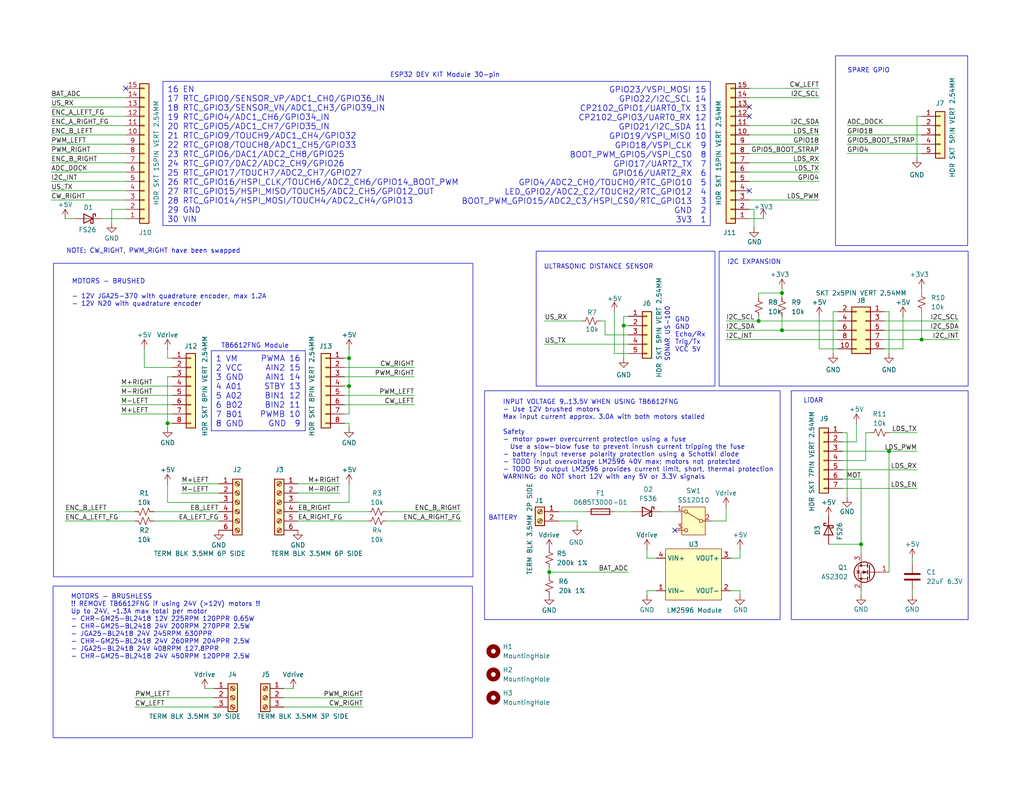
<source format=kicad_sch>
(kicad_sch (version 20231120) (generator "eeschema") (generator_version "8.0")
  (paper "USLetter")
  (title_block (title "MakersCombo") (date "2024-04-26") (rev "1.0.0") (company "makerspet.com"))
  (lib_symbols
    (symbol "Connector:Screw_Terminal_01x03" (pin_names (offset 1.016) hide)
      (property "Reference" "J" (at 0 5.08 0))
      (property "Value" "Screw_Terminal_01x03" (at 0 -5.08 0))
      (symbol "Screw_Terminal_01x03_1_1"
        (pin passive line (at -5.08 2.54 0) (length 3.81) (name "Pin_1") (number "1"))
        (pin passive line (at -5.08 0 0) (length 3.81) (name "Pin_2") (number "2"))
        (pin passive line (at -5.08 -2.54 0) (length 3.81) (name "Pin_3") (number "3"))
      )
    )
    (symbol "Connector:Screw_Terminal_01x06" (pin_names (offset 1.016) hide)
      (property "Reference" "J" (at 0 7.62 0))
      (property "Value" "Screw_Terminal_01x06" (at 0 -10.16 0))
      (symbol "Screw_Terminal_01x06_1_1"
        (pin passive line (at -5.08 5.08 0) (length 3.81) (name "Pin_1") (number "1"))
        (pin passive line (at -5.08 2.54 0) (length 3.81) (name "Pin_2") (number "2"))
        (pin passive line (at -5.08 0 0) (length 3.81) (name "Pin_3") (number "3"))
        (pin passive line (at -5.08 -2.54 0) (length 3.81) (name "Pin_4") (number "4"))
        (pin passive line (at -5.08 -5.08 0) (length 3.81) (name "Pin_5") (number "5"))
        (pin passive line (at -5.08 -7.62 0) (length 3.81) (name "Pin_6") (number "6"))
      )
    )
    (symbol "Connector_Generic:Conn_01x05" (pin_names (offset 1.016) hide)
      (property "Reference" "J" (at 0 7.62 0))
      (property "Value" "Conn_01x05" (at 0 -7.62 0))
      (symbol "Conn_01x05_1_1"
        (pin passive line (at -5.08 5.08 0) (length 3.81) (name "Pin_1") (number "1"))
        (pin passive line (at -5.08 2.54 0) (length 3.81) (name "Pin_2") (number "2"))
        (pin passive line (at -5.08 0 0) (length 3.81) (name "Pin_3") (number "3"))
        (pin passive line (at -5.08 -2.54 0) (length 3.81) (name "Pin_4") (number "4"))
        (pin passive line (at -5.08 -5.08 0) (length 3.81) (name "Pin_5") (number "5"))
      )
    )
    (symbol "Connector_Generic:Conn_01x07" (pin_names (offset 1.016) hide)
      (property "Reference" "J" (at 0 10.16 0))
      (property "Value" "Conn_01x07" (at 0 -10.16 0))
      (symbol "Conn_01x07_1_1"
        (pin passive line (at -5.08 7.62 0) (length 3.81) (name "Pin_1") (number "1"))
        (pin passive line (at -5.08 5.08 0) (length 3.81) (name "Pin_2") (number "2"))
        (pin passive line (at -5.08 2.54 0) (length 3.81) (name "Pin_3") (number "3"))
        (pin passive line (at -5.08 0 0) (length 3.81) (name "Pin_4") (number "4"))
        (pin passive line (at -5.08 -2.54 0) (length 3.81) (name "Pin_5") (number "5"))
        (pin passive line (at -5.08 -5.08 0) (length 3.81) (name "Pin_6") (number "6"))
        (pin passive line (at -5.08 -7.62 0) (length 3.81) (name "Pin_7") (number "7"))
      )
    )
    (symbol "Connector_Generic:Conn_01x08" (pin_names (offset 1.016) hide)
      (property "Reference" "J" (at 0 10.16 0))
      (property "Value" "Conn_01x08" (at 0 -12.7 0))
      (symbol "Conn_01x08_1_1"
        (pin passive line (at -5.08 7.62 0) (length 3.81) (name "Pin_1") (number "1"))
        (pin passive line (at -5.08 5.08 0) (length 3.81) (name "Pin_2") (number "2"))
        (pin passive line (at -5.08 2.54 0) (length 3.81) (name "Pin_3") (number "3"))
        (pin passive line (at -5.08 0 0) (length 3.81) (name "Pin_4") (number "4"))
        (pin passive line (at -5.08 -2.54 0) (length 3.81) (name "Pin_5") (number "5"))
        (pin passive line (at -5.08 -5.08 0) (length 3.81) (name "Pin_6") (number "6"))
        (pin passive line (at -5.08 -7.62 0) (length 3.81) (name "Pin_7") (number "7"))
        (pin passive line (at -5.08 -10.16 0) (length 3.81) (name "Pin_8") (number "8"))
      )
    )
    (symbol "Connector_Generic:Conn_01x15" (pin_names (offset 1.016) hide)
      (property "Reference" "J" (at 0 20.32 0))
      (property "Value" "Conn_01x15" (at 0 -20.32 0))
      (symbol "Conn_01x15_1_1"
        (pin passive line (at -5.08 17.78 0) (length 3.81) (name "Pin_1") (number "1"))
        (pin passive line (at -5.08 -5.08 0) (length 3.81) (name "Pin_10") (number "10"))
        (pin passive line (at -5.08 -7.62 0) (length 3.81) (name "Pin_11") (number "11"))
        (pin passive line (at -5.08 -10.16 0) (length 3.81) (name "Pin_12") (number "12"))
        (pin passive line (at -5.08 -12.7 0) (length 3.81) (name "Pin_13") (number "13"))
        (pin passive line (at -5.08 -15.24 0) (length 3.81) (name "Pin_14") (number "14"))
        (pin passive line (at -5.08 -17.78 0) (length 3.81) (name "Pin_15") (number "15"))
        (pin passive line (at -5.08 15.24 0) (length 3.81) (name "Pin_2") (number "2"))
        (pin passive line (at -5.08 12.7 0) (length 3.81) (name "Pin_3") (number "3"))
        (pin passive line (at -5.08 10.16 0) (length 3.81) (name "Pin_4") (number "4"))
        (pin passive line (at -5.08 7.62 0) (length 3.81) (name "Pin_5") (number "5"))
        (pin passive line (at -5.08 5.08 0) (length 3.81) (name "Pin_6") (number "6"))
        (pin passive line (at -5.08 2.54 0) (length 3.81) (name "Pin_7") (number "7"))
        (pin passive line (at -5.08 0 0) (length 3.81) (name "Pin_8") (number "8"))
        (pin passive line (at -5.08 -2.54 0) (length 3.81) (name "Pin_9") (number "9"))
      )
    )
    (symbol "Connector_Generic:Conn_02x05_Odd_Even" (pin_names (offset 1.016) hide)
      (property "Reference" "J" (at 1.27 7.62 0))
      (property "Value" "Conn_02x05_Odd_Even" (at 1.27 -7.62 0))
      (symbol "Conn_02x05_Odd_Even_1_1"
        (pin passive line (at -5.08 5.08 0) (length 3.81) (name "Pin_1") (number "1"))
        (pin passive line (at 7.62 -5.08 180) (length 3.81) (name "Pin_10") (number "10"))
        (pin passive line (at 7.62 5.08 180) (length 3.81) (name "Pin_2") (number "2"))
        (pin passive line (at -5.08 2.54 0) (length 3.81) (name "Pin_3") (number "3"))
        (pin passive line (at 7.62 2.54 180) (length 3.81) (name "Pin_4") (number "4"))
        (pin passive line (at -5.08 0 0) (length 3.81) (name "Pin_5") (number "5"))
        (pin passive line (at 7.62 0 180) (length 3.81) (name "Pin_6") (number "6"))
        (pin passive line (at -5.08 -2.54 0) (length 3.81) (name "Pin_7") (number "7"))
        (pin passive line (at 7.62 -2.54 180) (length 3.81) (name "Pin_8") (number "8"))
        (pin passive line (at -5.08 -5.08 0) (length 3.81) (name "Pin_9") (number "9"))
      )
    )
    (symbol "Device:C" (pin_numbers hide) (pin_names (offset 0.254))
      (property "Reference" "C" (at 0.635 2.54 0))
      (property "Value" "C" (at 0.635 -2.54 0))
      (symbol "C_1_1"
        (pin passive line (at 0 3.81 270) (length 2.794) (name "~") (number "1"))
        (pin passive line (at 0 -3.81 90) (length 2.794) (name "~") (number "2"))
      )
    )
    (symbol "Device:D_Schottky" (pin_numbers hide) (pin_names (offset 1.016) hide)
      (property "Reference" "D" (at 0 2.54 0))
      (property "Value" "D_Schottky" (at 0 -2.54 0))
      (symbol "D_Schottky_1_1"
        (pin passive line (at -3.81 0 0) (length 2.54) (name "K") (number "1"))
        (pin passive line (at 3.81 0 180) (length 2.54) (name "A") (number "2"))
      )
    )
    (symbol "Device:Fuse" (pin_numbers hide) (pin_names (offset 0))
      (property "Reference" "F" (at 2.032 0 90))
      (property "Value" "Fuse" (at -1.905 0 90))
      (symbol "Fuse_1_1"
        (pin passive line (at 0 3.81 270) (length 1.27) (name "~") (number "1"))
        (pin passive line (at 0 -3.81 90) (length 1.27) (name "~") (number "2"))
      )
    )
    (symbol "Device:R_Small_US" (pin_numbers hide) (pin_names (offset 0.254) hide)
      (property "Reference" "R" (at 0.762 0.508 0))
      (property "Value" "R_Small_US" (at 0.762 -1.016 0))
      (symbol "R_Small_US_1_1"
        (pin passive line (at 0 2.54 270) (length 1.016) (name "~") (number "1"))
        (pin passive line (at 0 -2.54 90) (length 1.016) (name "~") (number "2"))
      )
    )
    (symbol "Makerspet:LM2596 Module"
      (property "Reference" "U" (at 0 -1.27 0))
      (symbol "LM2596 Module_1_1"
        (pin passive line (at -10.16 -13.97 0) (length 2.54) (name "VIN-") (number "1"))
        (pin passive line (at 10.16 -13.97 180) (length 2.54) (name "VOUT-") (number "2"))
        (pin power_out line (at 10.16 -5.08 180) (length 2.54) (name "VOUT+") (number "3"))
        (pin passive line (at -10.16 -5.08 0) (length 2.54) (name "VIN+") (number "4"))
      )
    )
    (symbol "Makerspet:Screw_Terminal_01x02" (pin_names (offset 1.016) hide)
      (property "Reference" "J" (at 0 2.54 0))
      (property "Value" "Screw_Terminal_01x02" (at 0 -5.08 0))
      (symbol "Screw_Terminal_01x02_1_1"
        (pin power_out line (at -5.08 0 0) (length 3.81) (name "Pin_1") (number "1"))
        (pin power_out line (at -5.08 -2.54 0) (length 3.81) (name "Pin_2") (number "2"))
      )
    )
    (symbol "Mechanical:MountingHole" (pin_names (offset 1.016))
      (property "Reference" "H" (at 0 5.08 0))
      (property "Value" "MountingHole" (at 0 3.175 0))
    )
    (symbol "Switch:SW_SPDT" (pin_names (offset 0) hide)
      (property "Reference" "SW" (at 0 5.08 0))
      (property "Value" "SW_SPDT" (at 0 -5.08 0))
      (symbol "SW_SPDT_1_1"
        (pin passive line (at 5.08 2.54 180) (length 2.54) (name "A") (number "1"))
        (pin passive line (at -5.08 0 0) (length 2.54) (name "B") (number "2"))
        (pin passive line (at 5.08 -2.54 180) (length 2.54) (name "C") (number "3"))
      )
    )
    (symbol "Transistor_FET:BSS123" (pin_names hide)
      (property "Reference" "Q" (at 5.08 1.905 0))
      (property "Value" "BSS123" (at 5.08 0 0))
      (symbol "BSS123_1_1"
        (pin input line (at -5.08 0 0) (length 2.54) (name "G") (number "1"))
        (pin passive line (at 2.54 -5.08 90) (length 2.54) (name "S") (number "2"))
        (pin passive line (at 2.54 5.08 270) (length 2.54) (name "D") (number "3"))
      )
    )
    (symbol "power:+3V3" (power) (pin_numbers hide) (pin_names (offset 0) hide)
      (property "Value" "+3V3" (at 0 3.556 0))
      (symbol "+3V3_1_1"
        (pin power_in line (at 0 0 90) (length 0) (name "~") (number "1"))
      )
    )
    (symbol "power:+5V" (power) (pin_numbers hide) (pin_names (offset 0) hide)
      (property "Value" "+5V" (at 0 3.556 0))
      (symbol "+5V_1_1"
        (pin power_in line (at 0 0 90) (length 0) (name "~") (number "1"))
      )
    )
    (symbol "power:GND" (power) (pin_numbers hide) (pin_names (offset 0) hide)
      (property "Value" "GND" (at 0 -3.81 0))
      (symbol "GND_1_1"
        (pin power_in line (at 0 0 270) (length 0) (name "~") (number "1"))
      )
    )
    (symbol "power:Vdrive" (power) (pin_numbers hide) (pin_names (offset 0) hide)
      (property "Value" "Vdrive" (at 0 3.556 0))
      (symbol "Vdrive_1_1"
        (pin power_in line (at 0 0 90) (length 0) (name "~") (number "1"))
      )
    )
  )
  (junction (at 170.18 88.9))
  (junction (at 234.95 148.59))
  (junction (at 213.36 80.01))
  (junction (at 95.25 97.79))
  (junction (at 213.36 90.17))
  (junction (at 149.86 156.21))
  (junction (at 251.46 92.71))
  (junction (at 95.25 105.41))
  (junction (at 45.72 115.57))
  (junction (at 242.57 123.19))
  (junction (at 207.01 87.63))
  (no_connect (at 34.29 24.13))
  (no_connect (at 204.47 31.75))
  (no_connect (at 204.47 29.21))
  (no_connect (at 204.47 52.07))
  (no_connect (at 184.15 144.78))
  (wire (pts (xy 204.47 39.37) (xy 223.52 39.37)))
  (wire (pts (xy 231.14 41.91) (xy 251.46 41.91)))
  (wire (pts (xy 229.87 133.35) (xy 250.19 133.35)))
  (wire (pts (xy 27.94 59.69) (xy 34.29 59.69)))
  (wire (pts (xy 242.57 123.19) (xy 250.19 123.19)))
  (wire (pts (xy 229.87 120.65) (xy 233.68 120.65)))
  (wire (pts (xy 93.98 107.95) (xy 113.03 107.95)))
  (wire (pts (xy 205.74 57.15) (xy 205.74 62.23)))
  (wire (pts (xy 204.47 49.53) (xy 223.52 49.53)))
  (wire (pts (xy 176.53 152.4) (xy 179.07 152.4)))
  (wire (pts (xy 229.87 128.27) (xy 250.19 128.27)))
  (wire (pts (xy 81.28 132.08) (xy 92.71 132.08)))
  (wire (pts (xy 149.86 156.21) (xy 149.86 157.48)))
  (wire (pts (xy 234.95 161.29) (xy 234.95 162.56)))
  (wire (pts (xy 251.46 78.74) (xy 251.46 80.01)))
  (wire (pts (xy 234.95 130.81) (xy 234.95 148.59)))
  (wire (pts (xy 99.06 190.5) (xy 77.47 190.5)))
  (wire (pts (xy 36.83 190.5) (xy 58.42 190.5)))
  (wire (pts (xy 39.37 100.33) (xy 39.37 95.25)))
  (wire (pts (xy 251.46 31.75) (xy 250.19 31.75)))
  (wire (pts (xy 198.12 90.17) (xy 213.36 90.17)))
  (wire (pts (xy 95.25 113.03) (xy 95.25 105.41)))
  (wire (pts (xy 204.47 26.67) (xy 223.52 26.67)))
  (wire (pts (xy 46.99 97.79) (xy 45.72 97.79)))
  (wire (pts (xy 241.3 92.71) (xy 251.46 92.71)))
  (wire (pts (xy 165.1 91.44) (xy 171.45 91.44)))
  (wire (pts (xy 13.97 41.91) (xy 34.29 41.91)))
  (wire (pts (xy 223.52 86.36) (xy 223.52 95.25)))
  (wire (pts (xy 204.47 44.45) (xy 223.52 44.45)))
  (wire (pts (xy 198.12 138.43) (xy 198.12 142.24)))
  (wire (pts (xy 241.3 90.17) (xy 261.62 90.17)))
  (wire (pts (xy 148.59 87.63) (xy 158.75 87.63)))
  (wire (pts (xy 157.48 142.24) (xy 157.48 143.51)))
  (wire (pts (xy 95.25 137.16) (xy 95.25 132.08)))
  (wire (pts (xy 13.97 31.75) (xy 34.29 31.75)))
  (wire (pts (xy 17.78 139.7) (xy 36.83 139.7)))
  (wire (pts (xy 248.92 152.4) (xy 248.92 153.67)))
  (wire (pts (xy 171.45 86.36) (xy 170.18 86.36)))
  (wire (pts (xy 242.57 123.19) (xy 242.57 156.21)))
  (wire (pts (xy 246.38 86.36) (xy 246.38 95.25)))
  (wire (pts (xy 81.28 142.24) (xy 100.33 142.24)))
  (wire (pts (xy 36.83 193.04) (xy 58.42 193.04)))
  (wire (pts (xy 41.91 139.7) (xy 59.69 139.7)))
  (wire (pts (xy 176.53 161.29) (xy 179.07 161.29)))
  (wire (pts (xy 152.4 142.24) (xy 157.48 142.24)))
  (wire (pts (xy 149.86 154.94) (xy 149.86 156.21)))
  (wire (pts (xy 207.01 87.63) (xy 228.6 87.63)))
  (wire (pts (xy 204.47 46.99) (xy 223.52 46.99)))
  (wire (pts (xy 213.36 86.36) (xy 213.36 90.17)))
  (wire (pts (xy 33.02 110.49) (xy 46.99 110.49)))
  (wire (pts (xy 170.18 88.9) (xy 170.18 97.79)))
  (wire (pts (xy 176.53 162.56) (xy 176.53 161.29)))
  (wire (pts (xy 45.72 115.57) (xy 46.99 115.57)))
  (wire (pts (xy 241.3 95.25) (xy 246.38 95.25)))
  (wire (pts (xy 13.97 36.83) (xy 34.29 36.83)))
  (wire (pts (xy 201.93 162.56) (xy 201.93 161.29)))
  (wire (pts (xy 45.72 115.57) (xy 45.72 116.84)))
  (wire (pts (xy 45.72 137.16) (xy 45.72 132.08)))
  (wire (pts (xy 171.45 96.52) (xy 167.64 96.52)))
  (wire (pts (xy 34.29 57.15) (xy 30.48 57.15)))
  (wire (pts (xy 231.14 135.89) (xy 231.14 118.11)))
  (wire (pts (xy 13.97 34.29) (xy 34.29 34.29)))
  (wire (pts (xy 227.33 85.09) (xy 228.6 85.09)))
  (wire (pts (xy 49.53 132.08) (xy 59.69 132.08)))
  (wire (pts (xy 13.97 52.07) (xy 34.29 52.07)))
  (wire (pts (xy 198.12 87.63) (xy 207.01 87.63)))
  (wire (pts (xy 33.02 107.95) (xy 46.99 107.95)))
  (wire (pts (xy 223.52 95.25) (xy 228.6 95.25)))
  (wire (pts (xy 81.28 139.7) (xy 100.33 139.7)))
  (wire (pts (xy 170.18 88.9) (xy 171.45 88.9)))
  (wire (pts (xy 213.36 90.17) (xy 228.6 90.17)))
  (wire (pts (xy 213.36 78.74) (xy 213.36 80.01)))
  (wire (pts (xy 251.46 92.71) (xy 261.62 92.71)))
  (wire (pts (xy 170.18 86.36) (xy 170.18 88.9)))
  (wire (pts (xy 204.47 41.91) (xy 223.52 41.91)))
  (wire (pts (xy 165.1 87.63) (xy 165.1 91.44)))
  (wire (pts (xy 33.02 105.41) (xy 46.99 105.41)))
  (wire (pts (xy 204.47 36.83) (xy 223.52 36.83)))
  (wire (pts (xy 204.47 54.61) (xy 223.52 54.61)))
  (wire (pts (xy 93.98 110.49) (xy 113.03 110.49)))
  (wire (pts (xy 59.69 137.16) (xy 45.72 137.16)))
  (wire (pts (xy 251.46 85.09) (xy 251.46 92.71)))
  (wire (pts (xy 167.64 96.52) (xy 167.64 85.09)))
  (wire (pts (xy 207.01 81.28) (xy 207.01 80.01)))
  (wire (pts (xy 241.3 85.09) (xy 242.57 85.09)))
  (wire (pts (xy 250.19 31.75) (xy 250.19 43.18)))
  (wire (pts (xy 213.36 80.01) (xy 213.36 81.28)))
  (wire (pts (xy 95.25 115.57) (xy 95.25 116.84)))
  (wire (pts (xy 236.22 118.11) (xy 237.49 118.11)))
  (wire (pts (xy 36.83 142.24) (xy 17.78 142.24)))
  (wire (pts (xy 227.33 85.09) (xy 227.33 96.52)))
  (wire (pts (xy 45.72 97.79) (xy 45.72 95.25)))
  (wire (pts (xy 93.98 102.87) (xy 113.03 102.87)))
  (wire (pts (xy 33.02 113.03) (xy 46.99 113.03)))
  (wire (pts (xy 229.87 130.81) (xy 234.95 130.81)))
  (wire (pts (xy 13.97 54.61) (xy 34.29 54.61)))
  (wire (pts (xy 80.01 187.96) (xy 77.47 187.96)))
  (wire (pts (xy 167.64 139.7) (xy 172.72 139.7)))
  (wire (pts (xy 95.25 105.41) (xy 95.25 97.79)))
  (wire (pts (xy 148.59 93.98) (xy 171.45 93.98)))
  (wire (pts (xy 231.14 118.11) (xy 229.87 118.11)))
  (wire (pts (xy 180.34 139.7) (xy 184.15 139.7)))
  (wire (pts (xy 236.22 118.11) (xy 236.22 125.73)))
  (wire (pts (xy 204.47 24.13) (xy 223.52 24.13)))
  (wire (pts (xy 55.88 187.96) (xy 58.42 187.96)))
  (wire (pts (xy 49.53 134.62) (xy 59.69 134.62)))
  (wire (pts (xy 198.12 92.71) (xy 228.6 92.71)))
  (wire (pts (xy 236.22 125.73) (xy 229.87 125.73)))
  (wire (pts (xy 163.83 87.63) (xy 165.1 87.63)))
  (wire (pts (xy 81.28 134.62) (xy 92.71 134.62)))
  (wire (pts (xy 13.97 46.99) (xy 34.29 46.99)))
  (wire (pts (xy 199.39 152.4) (xy 201.93 152.4)))
  (wire (pts (xy 233.68 120.65) (xy 233.68 115.57)))
  (wire (pts (xy 204.47 57.15) (xy 205.74 57.15)))
  (wire (pts (xy 199.39 161.29) (xy 201.93 161.29)))
  (wire (pts (xy 204.47 34.29) (xy 223.52 34.29)))
  (wire (pts (xy 231.14 36.83) (xy 251.46 36.83)))
  (wire (pts (xy 46.99 100.33) (xy 39.37 100.33)))
  (wire (pts (xy 46.99 102.87) (xy 45.72 102.87)))
  (wire (pts (xy 13.97 39.37) (xy 34.29 39.37)))
  (wire (pts (xy 45.72 102.87) (xy 45.72 115.57)))
  (wire (pts (xy 105.41 142.24) (xy 125.73 142.24)))
  (wire (pts (xy 226.06 148.59) (xy 234.95 148.59)))
  (wire (pts (xy 229.87 123.19) (xy 242.57 123.19)))
  (wire (pts (xy 152.4 139.7) (xy 160.02 139.7)))
  (wire (pts (xy 95.25 137.16) (xy 81.28 137.16)))
  (wire (pts (xy 17.78 59.69) (xy 20.32 59.69)))
  (wire (pts (xy 176.53 149.86) (xy 176.53 152.4)))
  (wire (pts (xy 99.06 193.04) (xy 77.47 193.04)))
  (wire (pts (xy 13.97 26.67) (xy 34.29 26.67)))
  (wire (pts (xy 207.01 80.01) (xy 213.36 80.01)))
  (wire (pts (xy 93.98 115.57) (xy 95.25 115.57)))
  (wire (pts (xy 95.25 97.79) (xy 93.98 97.79)))
  (wire (pts (xy 93.98 105.41) (xy 95.25 105.41)))
  (wire (pts (xy 242.57 85.09) (xy 242.57 96.52)))
  (wire (pts (xy 13.97 29.21) (xy 34.29 29.21)))
  (wire (pts (xy 105.41 139.7) (xy 125.73 139.7)))
  (wire (pts (xy 93.98 100.33) (xy 113.03 100.33)))
  (wire (pts (xy 149.86 156.21) (xy 171.45 156.21)))
  (wire (pts (xy 248.92 161.29) (xy 248.92 162.56)))
  (wire (pts (xy 231.14 39.37) (xy 251.46 39.37)))
  (wire (pts (xy 234.95 148.59) (xy 234.95 151.13)))
  (wire (pts (xy 198.12 142.24) (xy 194.31 142.24)))
  (wire (pts (xy 231.14 34.29) (xy 251.46 34.29)))
  (wire (pts (xy 95.25 95.25) (xy 95.25 97.79)))
  (wire (pts (xy 41.91 142.24) (xy 59.69 142.24)))
  (wire (pts (xy 241.3 87.63) (xy 261.62 87.63)))
  (wire (pts (xy 93.98 113.03) (xy 95.25 113.03)))
  (wire (pts (xy 30.48 57.15) (xy 30.48 60.96)))
  (wire (pts (xy 204.47 59.69) (xy 208.28 59.69)))
  (wire (pts (xy 13.97 49.53) (xy 34.29 49.53)))
  (wire (pts (xy 13.97 44.45) (xy 34.29 44.45)))
  (wire (pts (xy 201.93 149.86) (xy 201.93 152.4)))
  (wire (pts (xy 207.01 86.36) (xy 207.01 87.63)))
  (wire (pts (xy 242.57 118.11) (xy 250.19 118.11)))
  (rectangle (start 14.478 160.02) (end 128.905 201.422))
  (rectangle (start 14.605 71.882) (end 129.032 157.48))
  (rectangle (start 196.215 68.58) (end 264.16 105.41))
  (rectangle (start 215.9 106.68) (end 264.16 169.164))
  (rectangle (start 132.207 106.68) (end 212.852 169.164))
  (rectangle (start 146.304 68.58) (end 195.072 105.41))
  (rectangle (start 227.965 15.24) (end 264.033 67.056))
  (text_box "1 VM\n2 VCC\n3 GND\n4 A01\n5 A02\n6 B02\n7 B01\n8 GND" (at 57.658 95.758 0) (size 25.654 21.844) (effects (font (size 1.5748 1.5748)) (justify left top)))
  (text_box "16 EN\n17 RTC_GPIO0/SENSOR_VP/ADC1_CH0/GPIO36_IN\n18 RTC_GPIO3/SENSOR_VN/ADC1_CH3/GPIO39_IN\n19 RTC_GPIO4/ADC1_CH6/GPIO34_IN\n20 RTC_GPIO5/ADC1_CH7/GPIO35_IN\n21 RTC_GPIO9/TOUCH9/ADC1_CH4/GPIO32\n22 RTC_GPIO8/TOUCH8/ADC1_CH5/GPIO33\n23 RTC_GPIO6/DAC1/ADC2_CH8/GPIO25\n24 RTC_GPIO7/DAC2/ADC2_CH9/GPIO26\n25 RTC_GPIO17/TOUCH7/ADC2_CH7/GPIO27\n26 RTC_GPIO16/HSPI_CLK/TOUCH6/ADC2_CH6/GPIO14_BOOT_PWM\n27 RTC_GPIO15/HSPI_MISO/TOUCH5/ADC2_CH5/GPIO12_OUT\n28 RTC_GPIO14/HSPI_MOSI/TOUCH4/ADC2_CH4/GPIO13\n29 GND\n30 VIN" (at 44.45 22.225 0) (size 149.352 39.37) (effects (font (size 1.5748 1.5748)) (justify left top)))
  (text "PWMA 16\nAIN2 15\nAIN1 14\nSTBY 13\nBIN1 12\nBIN2 11\nPWMB 10\nGND  9" (at 82.042 106.934 0) (effects (font (size 1.5748 1.5748)) (justify right)))
  (text "ESP32 DEV KIT Module 30-pin" (at 121.412 20.574 0) (effects (font (size 1.27 1.27))))
  (text "SONAR US-100" (at 182.88 98.806 90) (effects (font (size 1.27 1.27)) (justify left bottom)))
  (text "GND\nGND\nEcho/Rx\nTrig/Tx\nVCC 5V\n" (at 184.15 96.266 0) (effects (font (size 1.27 1.27)) (justify left bottom)))
  (text "SPARE GPIO" (at 242.824 20.066 0) (effects (font (size 1.27 1.27)) (justify right bottom)))
  (text "TB6612FNG Module" (at 69.596 94.488 0) (effects (font (size 1.27 1.27))))
  (text "MOTORS - BRUSHED\n\n- 12V JGA25-370 with quadrature encoder, max 1.2A\n- 12V N20 with quadrature encoder" (at 19.558 83.82 0) (effects (font (size 1.27 1.27)) (justify left bottom)))
  (text "GPIO23/VSPI_MOSI 15\nGPIO22/I2C_SCL 14\nCP2102_GPIO1/UART0_TX 13\nCP2102_GPIO3/UART0_RX 12\nGPIO21/I2C_SDA 11\nGPIO19/VSPI_MISO 10\nGPIO18/VSPI_CLK  9\nBOOT_PWM_GPIO5/VSPI_CS0  8\nGPIO17/UART2_TX  7\nGPIO16/UART2_RX  6\nGPIO4/ADC2_CH0/TOUCH0/RTC_GPIO10  5\nLED_GPIO2/ADC2_C2/TOUCH2/RTC_GPIO12  4\nBOOT_PWM_GPIO15/ADC2_C3/HSPI_CS0/RTC_GPIO13  3\nGND  2\n3V3  1" (at 192.786 42.418 0) (effects (font (size 1.5748 1.5748)) (justify right)))
  (text "NOTE: CW_RIGHT, PWM_RIGHT have been swapped" (at 18.034 69.342 0) (effects (font (size 1.27 1.27)) (justify left bottom)))
  (text "ULTRASONIC DISTANCE SENSOR" (at 178.308 73.66 0) (effects (font (size 1.27 1.27)) (justify right bottom)))
  (text "I2C EXPANSION" (at 198.374 72.39 0) (effects (font (size 1.27 1.27)) (justify left bottom)))
  (text "INPUT VOLTAGE 9..13.5V WHEN USING TB6612FNG\n- Use 12V brushed motors\nMax input current approx. 3.0A with both motors stalled\n\nSafety\n- motor power overcurrent protection using a fuse\n  Use a slow-blow fuse to prevent inrush current tripping the fuse\n- battery input reverse polarity protection using a Schottki diode\n- TODO input overvoltage LM2596 40V max; motors not protected\n- TODO 5V output LM2596 provides current limit, short, thermal protection\nWARNING: do NOT short 12V with any 5V or 3.3V signals" (at 137.16 131.064 0) (effects (font (size 1.27 1.27)) (justify left bottom)))
  (text "MOTORS - BRUSHLESS\n!! REMOVE TB6612FNG if using 24V (>12V) motors !!\nUp to 24V, ~1.3A max total per motor\n- CHR-GM25-BL2418 12V 225RPM 120PPR 0.65W\n- CHR-GM25-BL2418 24V 200RPM 270PPR 2.5W\n- JGA25-BL2418 24V 245RPM 630PPR\n- CHR-GM25-BL2418 24V 260RPM 204PPR 2.5W\n- JGA25-BL2418 24V 408RPM 127.8PPR\n- CHR-GM25-BL2418 24V 450RPM 120PPR 2.5W" (at 19.304 180.086 0) (effects (font (size 1.27 1.27)) (justify left bottom)))
  (text "BATTERY" (at 141.224 142.24 0) (effects (font (size 1.27 1.27)) (justify right bottom)))
  (text "LiDAR" (at 219.202 110.236 0) (effects (font (size 1.27 1.27)) (justify left bottom)))
  (label "ENC_A_LEFT_FG" (at 13.97 31.75 0))
  (label "PWM_RIGHT" (at 13.97 41.91 0))
  (label "ENC_B_RIGHT" (at 13.97 44.45 0))
  (label "US_TX" (at 148.59 93.98 0))
  (label "LDS_RX" (at 223.52 44.45 180))
  (label "M-RIGHT" (at 33.02 107.95 0))
  (label "M+RIGHT" (at 33.02 105.41 0))
  (label "BAT_ADC" (at 13.97 26.67 0))
  (label "GPIO5_BOOT_STRAP" (at 223.52 41.91 180))
  (label "US_RX" (at 148.59 87.63 0))
  (label "BAT_ADC" (at 171.45 156.21 180))
  (label "GPIO18" (at 223.52 39.37 180))
  (label "LDS_TX" (at 223.52 46.99 180))
  (label "CW_LEFT" (at 223.52 24.13 180))
  (label "M+LEFT" (at 49.53 132.08 0))
  (label "LDS_RX" (at 250.19 128.27 180))
  (label "I2C_SDA" (at 261.62 90.17 180))
  (label "ENC_A_RIGHT_FG" (at 125.73 142.24 180))
  (label "ENC_B_LEFT" (at 17.78 139.7 0))
  (label "I2C_SDA" (at 223.52 34.29 180))
  (label "PWM_RIGHT" (at 113.03 102.87 180))
  (label "M+LEFT" (at 33.02 113.03 0))
  (label "EB_RIGHT" (at 81.28 139.7 0))
  (label "M-RIGHT" (at 92.71 134.62 180))
  (label "CW_RIGHT" (at 13.97 54.61 0))
  (label "ENC_B_RIGHT" (at 125.73 139.7 180))
  (label "EB_LEFT" (at 59.69 139.7 180))
  (label "PWM_LEFT" (at 13.97 39.37 0))
  (label "LDS_EN" (at 223.52 36.83 180))
  (label "I2C_SCL" (at 261.62 87.63 180))
  (label "I2C_INT" (at 261.62 92.71 180))
  (label "ENC_B_LEFT" (at 13.97 36.83 0))
  (label "ADC_DOCK" (at 13.97 46.99 0))
  (label "CW_RIGHT" (at 113.03 100.33 180))
  (label "LDS_EN" (at 250.19 133.35 180))
  (label "EA_RIGHT_FG" (at 81.28 142.24 0))
  (label "PWM_LEFT" (at 36.83 190.5 0))
  (label "I2C_SDA" (at 198.12 90.17 0))
  (label "CW_RIGHT" (at 99.06 193.04 180))
  (label "CW_LEFT" (at 36.83 193.04 0))
  (label "GPIO18" (at 231.14 36.83 0))
  (label "ADC_DOCK" (at 231.14 34.29 0))
  (label "I2C_INT" (at 198.12 92.71 0))
  (label "MOT" (at 234.95 130.81 180))
  (label "LDS_PWM" (at 223.52 54.61 180))
  (label "ENC_A_LEFT_FG" (at 17.78 142.24 0))
  (label "GPIO5_BOOT_STRAP" (at 231.14 39.37 0))
  (label "ENC_A_RIGHT_FG" (at 13.97 34.29 0))
  (label "LDS_TX" (at 250.19 118.11 180))
  (label "PWM_LEFT" (at 113.03 107.95 180))
  (label "US_RX" (at 13.97 29.21 0))
  (label "I2C_SCL" (at 223.52 26.67 180))
  (label "EA_LEFT_FG" (at 59.69 142.24 180))
  (label "I2C_SCL" (at 198.12 87.63 0))
  (label "M-LEFT" (at 49.53 134.62 0))
  (label "M+RIGHT" (at 92.71 132.08 180))
  (label "GPIO4" (at 231.14 41.91 0))
  (label "M-LEFT" (at 33.02 110.49 0))
  (label "LDS_PWM" (at 250.19 123.19 180))
  (label "GPIO4" (at 223.52 49.53 180))
  (label "CW_LEFT" (at 113.03 110.49 180))
  (label "I2C_INT" (at 13.97 49.53 0))
  (label "PWM_RIGHT" (at 99.06 190.5 180))
  (label "US_TX" (at 13.97 52.07 0))
  (symbol (lib_id "power:+5V") (at 226.06 140.97 0) (unit 1)
    (property "Reference" "#PWR032" (effects (hide yes)))
    (property "Value" "+5V" (at 226.06 137.16 0))
    (property "Description" "Power symbol creates a global label with name \"+5V\"" (effects (hide yes)))
  )
  (symbol (lib_id "Connector:Screw_Terminal_01x03") (at 63.5 190.5 0) (unit 1)
    (property "Reference" "J4" (at 62.23 184.15 0) (effects (justify left)))
    (property "Value" "TERM BLK 3.5MM 3P SIDE" (at 40.64 195.58 0) (effects (justify left)))
    (property "Footprint" "Makerspet:Terminal_Block_3p_3.5mm_SideEntry" (effects (hide yes)))
  )
  (symbol (lib_id "power:Vdrive") (at 45.72 95.25 0) (unit 1)
    (property "Reference" "#PWR04" (effects (hide yes)))
    (property "Value" "Vdrive" (at 45.72 91.44 0))
    (property "Description" "Power symbol creates a global label with name \"Vdrive\"" (effects (hide yes)))
  )
  (symbol (lib_id "power:GND") (at 176.53 162.56 0) (unit 1)
    (property "Reference" "#PWR022" (effects (hide yes)))
    (property "Value" "GND" (at 176.53 166.497 0))
    (property "Description" "Power symbol creates a global label with name \"GND\" , ground" (effects (hide yes)))
  )
  (symbol (lib_id "power:+3V3") (at 208.28 59.69 0) (unit 1)
    (property "Reference" "#PWR017" (effects (hide yes)))
    (property "Value" "+3V3" (at 208.28 56.515 0))
    (property "Description" "Power symbol creates a global label with name \"+3V3\"" (effects (hide yes)))
  )
  (symbol (lib_id "power:+5V") (at 233.68 115.57 0) (unit 1)
    (property "Reference" "#PWR036" (effects (hide yes)))
    (property "Value" "+5V" (at 233.68 111.76 0))
    (property "Description" "Power symbol creates a global label with name \"+5V\"" (effects (hide yes)))
  )
  (symbol (lib_id "Connector_Generic:Conn_01x05") (at 256.54 36.83 0) (unit 1)
    (property "Reference" "J7" (at 255.27 28.194 0) (effects (justify left)))
    (property "Value" "HDR SKT 5PIN VERT 2.54MM" (at 259.842 48.514 90) (effects (justify left)))
    (property "Footprint" "Connector_PinSocket_2.54mm:PinSocket_1x05_P2.54mm_Vertical" (effects (hide yes)))
    (property "Description" "Generic connector, single row, 01x05, script generated (kicad-library-utils/schlib/autogen/connector/)" (effects (hide yes)))
  )
  (symbol (lib_id "power:GND") (at 205.74 62.23 0) (unit 1)
    (property "Reference" "#PWR016" (effects (hide yes)))
    (property "Value" "GND" (at 205.867 66.04 0))
    (property "Description" "Power symbol creates a global label with name \"GND\" , ground" (effects (hide yes)))
  )
  (symbol (lib_id "Device:D_Schottky") (at 24.13 59.69 0) (mirror y) (unit 1)
    (property "Reference" "D1" (at 24.13 56.642 0))
    (property "Value" "FS26" (at 23.876 62.738 0))
    (property "Footprint" "Diode_SMD:D_SOD-123F" (effects (hide yes)))
    (property "Datasheet" "https://www.digikey.com/en/products/detail/good-ark-semiconductor/FS26/18667798" (effects (hide yes)))
  )
  (symbol (lib_id "power:Vdrive") (at 80.01 187.96 0) (unit 1)
    (property "Reference" "#PWR012" (effects (hide yes)))
    (property "Value" "Vdrive" (at 80.01 184.15 0))
    (property "Description" "Power symbol creates a global label with name \"Vdrive\"" (effects (hide yes)))
  )
  (symbol (lib_id "Switch:SW_SPDT") (at 189.23 142.24 0) (mirror y) (unit 1)
    (property "Reference" "SW1" (at 189.23 133.985 0))
    (property "Value" "SS12D10" (at 189.23 136.525 0))
    (property "Footprint" "Makerspet:SWITCH" (effects (hide yes)))
    (property "Description" "Switch, single pole double throw" (effects (hide yes)))
  )
  (symbol (lib_id "Device:Fuse") (at 163.83 139.7 90) (unit 1)
    (property "Reference" "F1" (at 163.83 134.62 90))
    (property "Value" "0685T3000-01" (at 163.83 137.16 90))
    (property "Footprint" "Fuse:Fuse_1206_3216Metric" (effects (hide yes)))
    (property "Datasheet" "https://www.belfuse.com/resources/datasheets/circuitprotection/ds-cp-c1t-series.pdf" (effects (hide yes)))
  )
  (symbol (lib_id "power:+3V3") (at 213.36 78.74 0) (unit 1)
    (property "Reference" "#PWR025" (effects (hide yes)))
    (property "Value" "+3V3" (at 212.725 74.93 0))
    (property "Description" "Power symbol creates a global label with name \"+3V3\"" (effects (hide yes)))
  )
  (symbol (lib_id "Mechanical:MountingHole") (at 134.62 184.15 0) (unit 1) (in_bom no)
    (property "Reference" "H2" (at 137.16 182.88 0) (effects (justify left)))
    (property "Value" "MountingHole" (at 137.16 185.42 0) (effects (justify left)))
    (property "Footprint" "MountingHole:MountingHole_3.2mm_M3" (effects (hide yes)))
  )
  (symbol (lib_id "power:+3V3") (at 251.46 78.74 0) (unit 1)
    (property "Reference" "#PWR035" (effects (hide yes)))
    (property "Value" "+3V3" (at 250.825 74.93 0))
    (property "Description" "Power symbol creates a global label with name \"+3V3\"" (effects (hide yes)))
  )
  (symbol (lib_id "Connector_Generic:Conn_01x05") (at 176.53 91.44 0) (unit 1)
    (property "Reference" "J6" (at 175.26 82.804 0) (effects (justify left)))
    (property "Value" "HDR SKT 5PIN VERT 2.54MM" (at 179.832 103.124 90) (effects (justify left)))
    (property "Footprint" "Connector_PinSocket_2.54mm:PinSocket_1x05_P2.54mm_Vertical" (effects (hide yes)))
    (property "Description" "Generic connector, single row, 01x05, script generated (kicad-library-utils/schlib/autogen/connector/)" (effects (hide yes)))
  )
  (symbol (lib_id "power:+5V") (at 167.64 85.09 0) (unit 1)
    (property "Reference" "#PWR023" (effects (hide yes)))
    (property "Value" "+5V" (at 167.64 81.534 0))
    (property "Description" "Power symbol creates a global label with name \"+5V\"" (effects (hide yes)))
  )
  (symbol (lib_id "power:GND") (at 250.19 43.18 0) (unit 1)
    (property "Reference" "#PWR09" (effects (hide yes)))
    (property "Value" "GND" (at 250.19 47.752 0))
    (property "Description" "Power symbol creates a global label with name \"GND\" , ground" (effects (hide yes)))
  )
  (symbol (lib_id "Device:R_Small_US") (at 207.01 83.82 0) (unit 1)
    (property "Reference" "R8" (at 209.55 82.55 0) (effects (justify left)))
    (property "Value" "10k" (at 209.55 85.09 0) (effects (justify left)))
    (property "Footprint" "Resistor_SMD:R_0603_1608Metric" (effects (hide yes)))
  )
  (symbol (lib_id "Device:D_Schottky") (at 226.06 144.78 90) (mirror x) (unit 1)
    (property "Reference" "D3" (at 223.012 144.78 0))
    (property "Value" "FS26" (at 229.108 145.034 0))
    (property "Footprint" "Diode_SMD:D_SOD-123F" (effects (hide yes)))
    (property "Datasheet" "https://www.digikey.com/en/products/detail/good-ark-semiconductor/FS26/18667798" (effects (hide yes)))
  )
  (symbol (lib_id "power:GND") (at 149.86 162.56 0) (unit 1)
    (property "Reference" "#PWR019" (effects (hide yes)))
    (property "Value" "GND" (at 149.86 166.624 0))
    (property "Description" "Power symbol creates a global label with name \"GND\" , ground" (effects (hide yes)))
  )
  (symbol (lib_id "power:GND") (at 227.33 96.52 0) (unit 1)
    (property "Reference" "#PWR030" (effects (hide yes)))
    (property "Value" "GND" (at 227.33 100.965 0))
    (property "Description" "Power symbol creates a global label with name \"GND\" , ground" (effects (hide yes)))
  )
  (symbol (lib_id "power:+5V") (at 95.25 132.08 0) (mirror y) (unit 1)
    (property "Reference" "#PWR011" (effects (hide yes)))
    (property "Value" "+5V" (at 95.25 128.27 0))
    (property "Description" "Power symbol creates a global label with name \"+5V\"" (effects (hide yes)))
  )
  (symbol (lib_id "power:GND") (at 231.14 135.89 0) (unit 1)
    (property "Reference" "#PWR034" (effects (hide yes)))
    (property "Value" "GND" (at 231.14 139.7 0))
    (property "Description" "Power symbol creates a global label with name \"GND\" , ground" (effects (hide yes)))
  )
  (symbol (lib_id "Transistor_FET:BSS123") (at 237.49 156.21 0) (mirror y) (unit 1)
    (property "Reference" "Q1" (at 231.394 154.94 0) (effects (justify left)))
    (property "Value" "AS2302" (at 231.394 157.48 0) (effects (justify left)))
    (property "Footprint" "Package_TO_SOT_SMD:SOT-23" (effects (hide yes)))
    (property "Datasheet" "http://www.diodes.com/assets/Datasheets/ds30366.pdf" (effects (hide yes)))
    (property "Description" "0.17A Id, 100V Vds, N-Channel MOSFET, SOT-23" (effects (hide yes)))
  )
  (symbol (lib_id "Mechanical:MountingHole") (at 134.62 190.5 0) (unit 1) (in_bom no)
    (property "Reference" "H3" (at 137.16 189.23 0) (effects (justify left)))
    (property "Value" "MountingHole" (at 137.16 191.77 0) (effects (justify left)))
    (property "Footprint" "MountingHole:MountingHole_3.2mm_M3" (effects (hide yes)))
  )
  (symbol (lib_id "Connector:Screw_Terminal_01x06") (at 76.2 137.16 0) (mirror y) (unit 1)
    (property "Reference" "J3" (at 77.47 128.27 0) (effects (justify left)))
    (property "Value" "TERM BLK 3.5MM 6P SIDE" (at 99.06 151.13 0) (effects (justify left)))
    (property "Footprint" "Makerspet:Terminal_Block_6p_3.5mm_SideEntry" (effects (hide yes)))
  )
  (symbol (lib_id "power:GND") (at 59.69 144.78 0) (mirror y) (unit 1)
    (property "Reference" "#PWR08" (effects (hide yes)))
    (property "Value" "GND" (at 59.69 148.844 0))
    (property "Description" "Power symbol creates a global label with name \"GND\" , ground" (effects (hide yes)))
  )
  (symbol (lib_id "Makerspet:LM2596 Module") (at 189.23 147.32 0) (unit 1)
    (property "Reference" "U3" (at 189.23 148.59 0))
    (property "Value" "LM2596 Module" (at 189.484 166.624 0))
    (property "Footprint" "Makerspet:LM2596 Module SMD" (effects (hide yes)))
    (property "Link" "https://www.amazon.com/Zixtec-LM2596-Converter-Module-1-25V-30V/dp/B07VVXF7YX/" (effects (hide yes)))
  )
  (symbol (lib_id "power:GND") (at 95.25 116.84 0) (unit 1)
    (property "Reference" "#PWR014" (effects (hide yes)))
    (property "Value" "GND" (at 95.25 120.904 0))
    (property "Description" "Power symbol creates a global label with name \"GND\" , ground" (effects (hide yes)))
  )
  (symbol (lib_id "power:GND") (at 45.72 116.84 0) (unit 1)
    (property "Reference" "#PWR05" (effects (hide yes)))
    (property "Value" "GND" (at 45.72 120.904 0))
    (property "Description" "Power symbol creates a global label with name \"GND\" , ground" (effects (hide yes)))
  )
  (symbol (lib_id "Connector_Generic:Conn_02x05_Odd_Even") (at 236.22 90.17 0) (mirror y) (unit 1)
    (property "Reference" "J8" (at 234.95 82.042 0))
    (property "Value" "SKT 2x5PIN VERT 2.54MM" (at 234.95 80.01 0))
    (property "Footprint" "Connector_PinSocket_2.54mm:PinSocket_2x05_P2.54mm_Vertical" (effects (hide yes)))
    (property "Description" "Generic connector, double row, 02x05, odd/even pin numbering scheme (row 1 odd numbers, row 2 even numbers), script generated (kicad-library-utils/schlib/autogen/connector/)" (effects (hide yes)))
  )
  (symbol (lib_id "power:GND") (at 242.57 96.52 0) (mirror y) (unit 1)
    (property "Reference" "#PWR031" (effects (hide yes)))
    (property "Value" "GND" (at 242.57 100.965 0))
    (property "Description" "Power symbol creates a global label with name \"GND\" , ground" (effects (hide yes)))
  )
  (symbol (lib_id "power:+5V") (at 45.72 132.08 0) (mirror y) (unit 1)
    (property "Reference" "#PWR06" (effects (hide yes)))
    (property "Value" "+5V" (at 45.72 128.27 0))
    (property "Description" "Power symbol creates a global label with name \"+5V\"" (effects (hide yes)))
  )
  (symbol (lib_id "Connector_Generic:Conn_01x15") (at 199.39 41.91 180) (unit 1)
    (property "Reference" "J11" (at 200.914 63.5 0) (effects (justify left)))
    (property "Value" "HDR SKT 15PIN VERT 2.54MM" (at 196.088 27.432 90) (effects (justify left)))
    (property "Footprint" "Connector_PinSocket_2.54mm:PinSocket_1x15_P2.54mm_Vertical" (effects (hide yes)))
    (property "Description" "Generic connector, single row, 01x15, script generated (kicad-library-utils/schlib/autogen/connector/)" (effects (hide yes)))
  )
  (symbol (lib_id "Device:R_Small_US") (at 149.86 160.02 180) (unit 1)
    (property "Reference" "R6" (at 152.4 158.7499 0) (effects (justify right)))
    (property "Value" "20k 1%" (at 152.4 161.2899 0) (effects (justify right)))
    (property "Footprint" "Resistor_SMD:R_0603_1608Metric" (effects (hide yes)))
  )
  (symbol (lib_id "power:Vdrive") (at 176.53 149.86 0) (unit 1)
    (property "Reference" "#PWR021" (effects (hide yes)))
    (property "Value" "Vdrive" (at 176.53 146.05 0))
    (property "Description" "Power symbol creates a global label with name \"Vdrive\"" (effects (hide yes)))
  )
  (symbol (lib_id "Mechanical:MountingHole") (at 134.62 177.8 0) (unit 1) (in_bom no)
    (property "Reference" "H1" (at 137.16 176.53 0) (effects (justify left)))
    (property "Value" "MountingHole" (at 137.16 179.07 0) (effects (justify left)))
    (property "Footprint" "MountingHole:MountingHole_3.2mm_M3" (effects (hide yes)))
  )
  (symbol (lib_id "power:+5V") (at 95.25 95.25 0) (unit 1)
    (property "Reference" "#PWR013" (effects (hide yes)))
    (property "Value" "+5V" (at 95.25 91.44 0))
    (property "Description" "Power symbol creates a global label with name \"+5V\"" (effects (hide yes)))
  )
  (symbol (lib_id "power:+5V") (at 17.78 59.69 0) (unit 1)
    (property "Reference" "#PWR01" (effects (hide yes)))
    (property "Value" "+5V" (at 17.78 55.88 0))
    (property "Description" "Power symbol creates a global label with name \"+5V\"" (effects (hide yes)))
  )
  (symbol (lib_id "Device:R_Small_US") (at 39.37 139.7 90) (mirror x) (unit 1)
    (property "Reference" "R1" (at 39.37 134.627 90))
    (property "Value" "10k" (at 39.37 137.167 90))
    (property "Footprint" "Resistor_SMD:R_0603_1608Metric" (effects (hide yes)))
  )
  (symbol (lib_id "Device:D_Schottky") (at 176.53 139.7 0) (mirror y) (unit 1)
    (property "Reference" "D2" (at 176.8475 133.604 0))
    (property "Value" "FS36" (at 176.8475 136.144 0))
    (property "Footprint" "Diode_SMD:D_SOD-123F" (effects (hide yes)))
    (property "Datasheet" "https://www.digikey.com/en/products/detail/good-ark-semiconductor/FS36/18648966" (effects (hide yes)))
  )
  (symbol (lib_id "Device:C") (at 248.92 157.48 0) (unit 1)
    (property "Reference" "C1" (at 252.73 156.2099 0) (effects (justify left)))
    (property "Value" "22uF 6.3V" (at 252.73 158.7499 0) (effects (justify left)))
    (property "Footprint" "Capacitor_SMD:C_0603_1608Metric" (effects (hide yes)))
  )
  (symbol (lib_id "power:GND") (at 170.18 97.79 0) (unit 1)
    (property "Reference" "#PWR024" (effects (hide yes)))
    (property "Value" "GND" (at 170.18 102.362 0))
    (property "Description" "Power symbol creates a global label with name \"GND\" , ground" (effects (hide yes)))
  )
  (symbol (lib_id "power:+5V") (at 246.38 86.36 0) (mirror y) (unit 1)
    (property "Reference" "#PWR033" (effects (hide yes)))
    (property "Value" "+5V" (at 246.38 82.55 0))
    (property "Description" "Power symbol creates a global label with name \"+5V\"" (effects (hide yes)))
  )
  (symbol (lib_id "power:GND") (at 248.92 162.56 0) (unit 1)
    (property "Reference" "#PWR041" (effects (hide yes)))
    (property "Value" "GND" (at 248.92 166.37 0))
    (property "Description" "Power symbol creates a global label with name \"GND\" , ground" (effects (hide yes)))
  )
  (symbol (lib_id "Device:R_Small_US") (at 149.86 152.4 180) (unit 1)
    (property "Reference" "R5" (at 151.892 151.13 0) (effects (justify right)))
    (property "Value" "200k 1%" (at 151.892 153.67 0) (effects (justify right)))
    (property "Footprint" "Resistor_SMD:R_0603_1608Metric" (effects (hide yes)))
  )
  (symbol (lib_id "Device:R_Small_US") (at 39.37 142.24 90) (mirror x) (unit 1)
    (property "Reference" "R2" (at 39.37 144.78 90))
    (property "Value" "10k" (at 39.37 147.32 90))
    (property "Footprint" "Resistor_SMD:R_0603_1608Metric" (effects (hide yes)))
  )
  (symbol (lib_id "Device:R_Small_US") (at 161.29 87.63 90) (unit 1)
    (property "Reference" "R7" (at 161.544 85.344 90))
    (property "Value" "10k" (at 161.544 89.916 90))
    (property "Footprint" "Resistor_SMD:R_0603_1608Metric" (effects (hide yes)))
  )
  (symbol (lib_id "power:GND") (at 201.93 162.56 0) (unit 1)
    (property "Reference" "#PWR028" (effects (hide yes)))
    (property "Value" "GND" (at 202.057 166.497 0))
    (property "Description" "Power symbol creates a global label with name \"GND\" , ground" (effects (hide yes)))
  )
  (symbol (lib_id "Device:R_Small_US") (at 102.87 142.24 270) (unit 1)
    (property "Reference" "R4" (at 102.87 144.78 90))
    (property "Value" "10k" (at 102.87 147.32 90))
    (property "Footprint" "Resistor_SMD:R_0603_1608Metric" (effects (hide yes)))
  )
  (symbol (lib_id "Connector_Generic:Conn_01x07") (at 224.79 125.73 0) (mirror y) (unit 1)
    (property "Reference" "J9" (at 226.06 114.3 0) (effects (justify left)))
    (property "Value" "HDR SKT 7PIN VERT 2.54MM" (at 221.488 139.7 90) (effects (justify left)))
    (property "Footprint" "Connector_PinSocket_2.54mm:PinSocket_1x07_P2.54mm_Vertical" (effects (hide yes)))
    (property "Description" "Generic connector, single row, 01x07, script generated (kicad-library-utils/schlib/autogen/connector/)" (effects (hide yes)))
  )
  (symbol (lib_id "power:Vdrive") (at 55.88 187.96 0) (mirror y) (unit 1)
    (property "Reference" "#PWR07" (effects (hide yes)))
    (property "Value" "Vdrive" (at 55.88 184.15 0))
    (property "Description" "Power symbol creates a global label with name \"Vdrive\"" (effects (hide yes)))
  )
  (symbol (lib_id "power:+5V") (at 39.37 95.25 0) (unit 1)
    (property "Reference" "#PWR03" (effects (hide yes)))
    (property "Value" "+5V" (at 39.37 91.44 0))
    (property "Description" "Power symbol creates a global label with name \"+5V\"" (effects (hide yes)))
  )
  (symbol (lib_id "Device:R_Small_US") (at 240.03 118.11 270) (unit 1)
    (property "Reference" "R11" (at 240.03 113.037 90))
    (property "Value" "10k" (at 240.03 115.577 90))
    (property "Footprint" "Resistor_SMD:R_0603_1608Metric" (effects (hide yes)))
  )
  (symbol (lib_id "Connector_Generic:Conn_01x15") (at 39.37 41.91 0) (mirror x) (unit 1)
    (property "Reference" "J10" (at 37.846 63.5 0) (effects (justify left)))
    (property "Value" "HDR SKT 15PIN VERT 2.54MM" (at 42.672 27.432 90) (effects (justify left)))
    (property "Footprint" "Connector_PinSocket_2.54mm:PinSocket_1x15_P2.54mm_Vertical" (effects (hide yes)))
    (property "Description" "Generic connector, single row, 01x15, script generated (kicad-library-utils/schlib/autogen/connector/)" (effects (hide yes)))
  )
  (symbol (lib_id "power:GND") (at 81.28 144.78 0) (unit 1)
    (property "Reference" "#PWR010" (effects (hide yes)))
    (property "Value" "GND" (at 81.28 148.844 0))
    (property "Description" "Power symbol creates a global label with name \"GND\" , ground" (effects (hide yes)))
  )
  (symbol (lib_id "power:+5V") (at 223.52 86.36 0) (unit 1)
    (property "Reference" "#PWR029" (effects (hide yes)))
    (property "Value" "+5V" (at 223.52 82.55 0))
    (property "Description" "Power symbol creates a global label with name \"+5V\"" (effects (hide yes)))
  )
  (symbol (lib_id "power:GND") (at 157.48 143.51 0) (unit 1)
    (property "Reference" "#PWR020" (effects (hide yes)))
    (property "Value" "GND" (at 157.226 148.082 0))
    (property "Description" "Power symbol creates a global label with name \"GND\" , ground" (effects (hide yes)))
  )
  (symbol (lib_id "Connector_Generic:Conn_01x08") (at 88.9 105.41 0) (mirror y) (unit 1)
    (property "Reference" "J13" (at 90.678 94.488 0) (effects (justify left)))
    (property "Value" "HDR SKT 8PIN VERT 2.54MM" (at 85.09 119.126 90) (effects (justify left)))
    (property "Footprint" "Connector_PinSocket_2.54mm:PinSocket_1x08_P2.54mm_Vertical" (effects (hide yes)))
    (property "Description" "Generic connector, single row, 01x08, script generated (kicad-library-utils/schlib/autogen/connector/)" (effects (hide yes)))
  )
  (symbol (lib_id "Device:R_Small_US") (at 102.87 139.7 270) (unit 1)
    (property "Reference" "R3" (at 102.87 134.627 90))
    (property "Value" "10k" (at 102.87 137.167 90))
    (property "Footprint" "Resistor_SMD:R_0603_1608Metric" (effects (hide yes)))
  )
  (symbol (lib_id "Device:R_Small_US") (at 213.36 83.82 0) (unit 1)
    (property "Reference" "R9" (at 215.9 82.55 0) (effects (justify left)))
    (property "Value" "10k" (at 215.9 85.09 0) (effects (justify left)))
    (property "Footprint" "Resistor_SMD:R_0603_1608Metric" (effects (hide yes)))
  )
  (symbol (lib_id "Connector:Screw_Terminal_01x03") (at 72.39 190.5 0) (mirror y) (unit 1)
    (property "Reference" "J5" (at 73.66 184.15 0) (effects (justify left)))
    (property "Value" "TERM BLK 3.5MM 3P SIDE" (at 95.25 195.58 0) (effects (justify left)))
    (property "Footprint" "Makerspet:Terminal_Block_3p_3.5mm_SideEntry" (effects (hide yes)))
  )
  (symbol (lib_id "power:+5V") (at 201.93 149.86 0) (unit 1)
    (property "Reference" "#PWR027" (effects (hide yes)))
    (property "Value" "+5V" (at 201.93 146.05 0))
    (property "Description" "Power symbol creates a global label with name \"+5V\"" (effects (hide yes)))
  )
  (symbol (lib_id "power:+5V") (at 248.92 152.4 0) (unit 1)
    (property "Reference" "#PWR040" (effects (hide yes)))
    (property "Value" "+5V" (at 248.92 148.59 0))
    (property "Description" "Power symbol creates a global label with name \"+5V\"" (effects (hide yes)))
  )
  (symbol (lib_id "power:Vdrive") (at 198.12 138.43 0) (unit 1)
    (property "Reference" "#PWR026" (effects (hide yes)))
    (property "Value" "Vdrive" (at 198.12 134.62 0))
    (property "Description" "Power symbol creates a global label with name \"Vdrive\"" (effects (hide yes)))
  )
  (symbol (lib_id "Device:R_Small_US") (at 251.46 82.55 0) (unit 1)
    (property "Reference" "R10" (at 254 81.28 0) (effects (justify left)))
    (property "Value" "10k" (at 254 83.82 0) (effects (justify left)))
    (property "Footprint" "Resistor_SMD:R_0603_1608Metric" (effects (hide yes)))
  )
  (symbol (lib_id "power:GND") (at 234.95 162.56 0) (unit 1)
    (property "Reference" "#PWR037" (effects (hide yes)))
    (property "Value" "GND" (at 234.95 166.37 0))
    (property "Description" "Power symbol creates a global label with name \"GND\" , ground" (effects (hide yes)))
  )
  (symbol (lib_id "Connector_Generic:Conn_01x08") (at 52.07 105.41 0) (unit 1)
    (property "Reference" "J12" (at 50.292 94.488 0) (effects (justify left)))
    (property "Value" "HDR SKT 8PIN VERT 2.54MM" (at 55.88 119.126 90) (effects (justify left)))
    (property "Footprint" "Connector_PinSocket_2.54mm:PinSocket_1x08_P2.54mm_Vertical" (effects (hide yes)))
    (property "Description" "Generic connector, single row, 01x08, script generated (kicad-library-utils/schlib/autogen/connector/)" (effects (hide yes)))
  )
  (symbol (lib_id "Connector:Screw_Terminal_01x06") (at 64.77 137.16 0) (unit 1)
    (property "Reference" "J2" (at 63.5 128.27 0) (effects (justify left)))
    (property "Value" "TERM BLK 3.5MM 6P SIDE" (at 41.91 151.13 0) (effects (justify left)))
    (property "Footprint" "Makerspet:Terminal_Block_6p_3.5mm_SideEntry" (effects (hide yes)))
  )
  (symbol (lib_id "Makerspet:Screw_Terminal_01x02") (at 147.32 139.7 0) (mirror y) (unit 1)
    (property "Reference" "J1" (at 148.336 136.652 0) (effects (justify left)))
    (property "Value" "TERM BLK 3.5MM 2P SIDE" (at 144.526 156.972 90) (effects (justify left)))
    (property "Footprint" "Makerspet:Terminal_Block_2p_3.5mm_SideEntry" (effects (hide yes)))
  )
  (symbol (lib_id "power:GND") (at 30.48 60.96 0) (unit 1)
    (property "Reference" "#PWR02" (effects (hide yes)))
    (property "Value" "GND" (at 30.48 65.024 0))
    (property "Description" "Power symbol creates a global label with name \"GND\" , ground" (effects (hide yes)))
  )
  (symbol (lib_id "power:Vdrive") (at 149.86 149.86 0) (unit 1)
    (property "Reference" "#PWR018" (effects (hide yes)))
    (property "Value" "Vdrive" (at 149.86 146.05 0))
    (property "Description" "Power symbol creates a global label with name \"Vdrive\"" (effects (hide yes)))
  )
)
</source>
